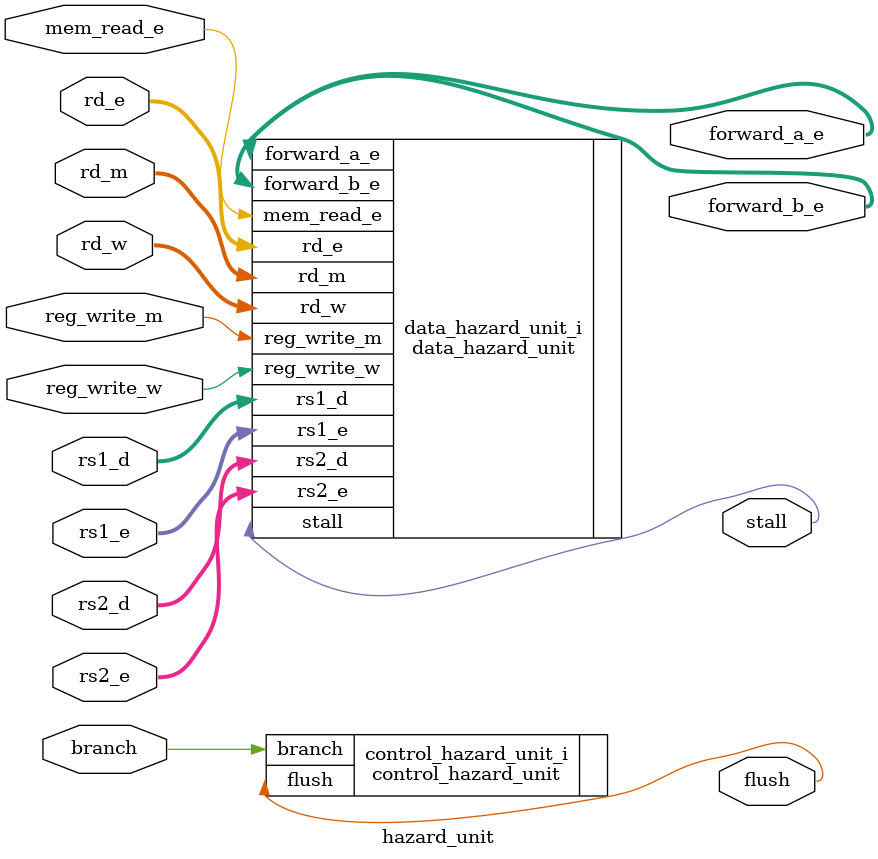
<source format=sv>
module hazard_unit(
    //control hazard unit
    input logic branch,
    output logic flush,

    //data hazard unit
    input logic [4:0]   rs1_d,
    input logic [4:0]   rs2_d,
    input logic [4:0]   rs1_e,
    input logic [4:0]   rs2_e,
    input logic         mem_read_e,
    input logic [4:0]   rd_e,
    input logic [4:0]   rd_m,
    input logic         reg_write_m,
    input logic [4:0]   rd_w,
    input logic         reg_write_w,

    output logic [1:0]  forward_a_e,
    output logic [1:0]  forward_b_e,
    output logic        stall
);

    control_hazard_unit control_hazard_unit_i(
        .branch(branch),
        .flush(flush)
    );

    data_hazard_unit data_hazard_unit_i(
        .rs1_d(rs1_d),
        .rs2_d(rs2_d),
        .rs1_e(rs1_e),
        .rs2_e(rs2_e),
        .mem_read_e(mem_read_e),
        .rd_e(rd_e),
        .rd_m(rd_m),
        .reg_write_m(reg_write_m),
        .rd_w(rd_w),
        .reg_write_w(reg_write_w),
        .forward_a_e(forward_a_e),
        .forward_b_e(forward_b_e),
        .stall(stall)
    );

endmodule

</source>
